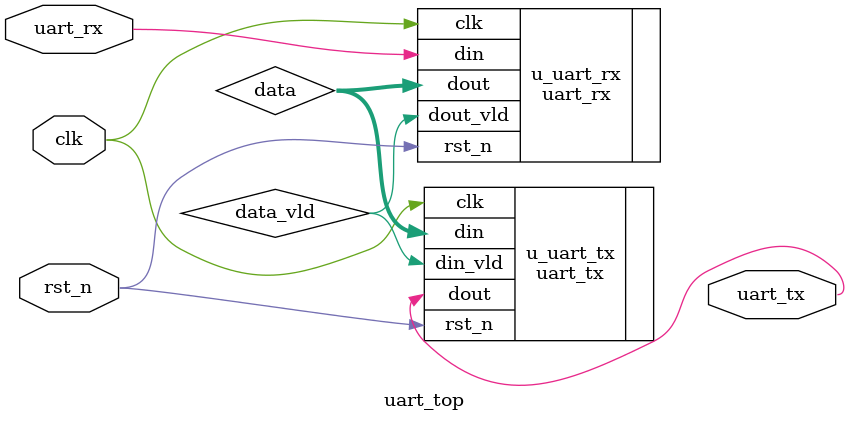
<source format=v>


module uart_top
//========================< ¶Ë¿Ú >==========================================
(
input  wire                 clk                 , //Ê±ÖÓ£¬50Mhz
input  wire                 rst_n               , //¸´Î»£¬µÍµçÆ½ÓÐÐ§
input  wire                 uart_rx             , //FPGAÍ¨¹ý´®¿Ú½ÓÊÕµÄÊý¾Ý
output wire                 uart_tx               //FPGAÍ¨¹ý´®¿Ú·¢ËÍµÄÊý¾Ý
);

//========================< Á¬Ïß >==========================================
wire [7:0]                  data                ;
wire                        data_vld            ;

//==========================================================================
//==    Ä£¿éÀý»¯
//==========================================================================
uart_rx
#(
    .BPS_CNT                (52                 )    //·ÂÕæÓÃ
)
u_uart_rx
(
    .clk                    (clk                ),
    .rst_n                  (rst_n              ),
    .din                    (uart_rx            ),
    .dout                   (data               ),
    .dout_vld               (data_vld           )
);

uart_tx
#(
    .BPS_CNT                (52                 )   //·ÂÕæÓÃ
)
u_uart_tx
(
    .clk                    (clk                ),
    .rst_n                  (rst_n              ),
    .din_vld                (data_vld           ),
    .din                    (data               ),
    .dout                   (uart_tx            )
);



endmodule
</source>
